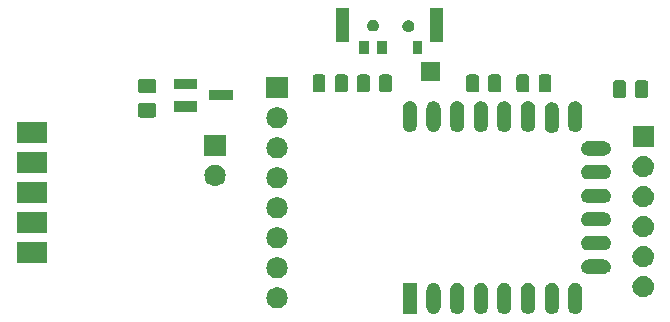
<source format=gbr>
G04 #@! TF.GenerationSoftware,KiCad,Pcbnew,5.0.1-33cea8e~66~ubuntu18.04.1*
G04 #@! TF.CreationDate,2019-09-26T22:02:42+09:00*
G04 #@! TF.ProjectId,minidenko,6D696E6964656E6B6F2E6B696361645F,rev?*
G04 #@! TF.SameCoordinates,Original*
G04 #@! TF.FileFunction,Soldermask,Top*
G04 #@! TF.FilePolarity,Negative*
%FSLAX46Y46*%
G04 Gerber Fmt 4.6, Leading zero omitted, Abs format (unit mm)*
G04 Created by KiCad (PCBNEW 5.0.1-33cea8e~66~ubuntu18.04.1) date 2019年09月26日 22時02分42秒*
%MOMM*%
%LPD*%
G01*
G04 APERTURE LIST*
%ADD10C,0.100000*%
G04 APERTURE END LIST*
D10*
G36*
X85867817Y-48407696D02*
X85981104Y-48442062D01*
X86085512Y-48497869D01*
X86116591Y-48523375D01*
X86177027Y-48572973D01*
X86240711Y-48650572D01*
X86252131Y-48664488D01*
X86307938Y-48768895D01*
X86342304Y-48882182D01*
X86351000Y-48970481D01*
X86351000Y-50429519D01*
X86342304Y-50517818D01*
X86307938Y-50631105D01*
X86252131Y-50735513D01*
X86177027Y-50827027D01*
X86085513Y-50902131D01*
X85981105Y-50957938D01*
X85867818Y-50992304D01*
X85750000Y-51003907D01*
X85632183Y-50992304D01*
X85518896Y-50957938D01*
X85414488Y-50902131D01*
X85322974Y-50827027D01*
X85247870Y-50735513D01*
X85192063Y-50631105D01*
X85157697Y-50517818D01*
X85149001Y-50429519D01*
X85149000Y-48970482D01*
X85157696Y-48882183D01*
X85192062Y-48768896D01*
X85247869Y-48664488D01*
X85289120Y-48614224D01*
X85322973Y-48572973D01*
X85414487Y-48497870D01*
X85414486Y-48497870D01*
X85414488Y-48497869D01*
X85518895Y-48442062D01*
X85632182Y-48407696D01*
X85750000Y-48396093D01*
X85867817Y-48407696D01*
X85867817Y-48407696D01*
G37*
G36*
X87867817Y-48407696D02*
X87981104Y-48442062D01*
X88085512Y-48497869D01*
X88116591Y-48523375D01*
X88177027Y-48572973D01*
X88240711Y-48650572D01*
X88252131Y-48664488D01*
X88307938Y-48768895D01*
X88342304Y-48882182D01*
X88351000Y-48970481D01*
X88351000Y-50429519D01*
X88342304Y-50517818D01*
X88307938Y-50631105D01*
X88252131Y-50735513D01*
X88177027Y-50827027D01*
X88085513Y-50902131D01*
X87981105Y-50957938D01*
X87867818Y-50992304D01*
X87750000Y-51003907D01*
X87632183Y-50992304D01*
X87518896Y-50957938D01*
X87414488Y-50902131D01*
X87322974Y-50827027D01*
X87247870Y-50735513D01*
X87192063Y-50631105D01*
X87157697Y-50517818D01*
X87149001Y-50429519D01*
X87149000Y-48970482D01*
X87157696Y-48882183D01*
X87192062Y-48768896D01*
X87247869Y-48664488D01*
X87289120Y-48614224D01*
X87322973Y-48572973D01*
X87414487Y-48497870D01*
X87414486Y-48497870D01*
X87414488Y-48497869D01*
X87518895Y-48442062D01*
X87632182Y-48407696D01*
X87750000Y-48396093D01*
X87867817Y-48407696D01*
X87867817Y-48407696D01*
G37*
G36*
X89867817Y-48407696D02*
X89981104Y-48442062D01*
X90085512Y-48497869D01*
X90116591Y-48523375D01*
X90177027Y-48572973D01*
X90240711Y-48650572D01*
X90252131Y-48664488D01*
X90307938Y-48768895D01*
X90342304Y-48882182D01*
X90351000Y-48970481D01*
X90351000Y-50429519D01*
X90342304Y-50517818D01*
X90307938Y-50631105D01*
X90252131Y-50735513D01*
X90177027Y-50827027D01*
X90085513Y-50902131D01*
X89981105Y-50957938D01*
X89867818Y-50992304D01*
X89750000Y-51003907D01*
X89632183Y-50992304D01*
X89518896Y-50957938D01*
X89414488Y-50902131D01*
X89322974Y-50827027D01*
X89247870Y-50735513D01*
X89192063Y-50631105D01*
X89157697Y-50517818D01*
X89149001Y-50429519D01*
X89149000Y-48970482D01*
X89157696Y-48882183D01*
X89192062Y-48768896D01*
X89247869Y-48664488D01*
X89289120Y-48614224D01*
X89322973Y-48572973D01*
X89414487Y-48497870D01*
X89414486Y-48497870D01*
X89414488Y-48497869D01*
X89518895Y-48442062D01*
X89632182Y-48407696D01*
X89750000Y-48396093D01*
X89867817Y-48407696D01*
X89867817Y-48407696D01*
G37*
G36*
X91867817Y-48407696D02*
X91981104Y-48442062D01*
X92085512Y-48497869D01*
X92116591Y-48523375D01*
X92177027Y-48572973D01*
X92240711Y-48650572D01*
X92252131Y-48664488D01*
X92307938Y-48768895D01*
X92342304Y-48882182D01*
X92351000Y-48970481D01*
X92351000Y-50429519D01*
X92342304Y-50517818D01*
X92307938Y-50631105D01*
X92252131Y-50735513D01*
X92177027Y-50827027D01*
X92085513Y-50902131D01*
X91981105Y-50957938D01*
X91867818Y-50992304D01*
X91750000Y-51003907D01*
X91632183Y-50992304D01*
X91518896Y-50957938D01*
X91414488Y-50902131D01*
X91322974Y-50827027D01*
X91247870Y-50735513D01*
X91192063Y-50631105D01*
X91157697Y-50517818D01*
X91149001Y-50429519D01*
X91149000Y-48970482D01*
X91157696Y-48882183D01*
X91192062Y-48768896D01*
X91247869Y-48664488D01*
X91289120Y-48614224D01*
X91322973Y-48572973D01*
X91414487Y-48497870D01*
X91414486Y-48497870D01*
X91414488Y-48497869D01*
X91518895Y-48442062D01*
X91632182Y-48407696D01*
X91750000Y-48396093D01*
X91867817Y-48407696D01*
X91867817Y-48407696D01*
G37*
G36*
X95867817Y-48407696D02*
X95981104Y-48442062D01*
X96085512Y-48497869D01*
X96116591Y-48523375D01*
X96177027Y-48572973D01*
X96240711Y-48650572D01*
X96252131Y-48664488D01*
X96307938Y-48768895D01*
X96342304Y-48882182D01*
X96351000Y-48970481D01*
X96351000Y-50429519D01*
X96342304Y-50517818D01*
X96307938Y-50631105D01*
X96252131Y-50735513D01*
X96177027Y-50827027D01*
X96085513Y-50902131D01*
X95981105Y-50957938D01*
X95867818Y-50992304D01*
X95750000Y-51003907D01*
X95632183Y-50992304D01*
X95518896Y-50957938D01*
X95414488Y-50902131D01*
X95322974Y-50827027D01*
X95247870Y-50735513D01*
X95192063Y-50631105D01*
X95157697Y-50517818D01*
X95149001Y-50429519D01*
X95149000Y-48970482D01*
X95157696Y-48882183D01*
X95192062Y-48768896D01*
X95247869Y-48664488D01*
X95289120Y-48614224D01*
X95322973Y-48572973D01*
X95414487Y-48497870D01*
X95414486Y-48497870D01*
X95414488Y-48497869D01*
X95518895Y-48442062D01*
X95632182Y-48407696D01*
X95750000Y-48396093D01*
X95867817Y-48407696D01*
X95867817Y-48407696D01*
G37*
G36*
X97867817Y-48407696D02*
X97981104Y-48442062D01*
X98085512Y-48497869D01*
X98116591Y-48523375D01*
X98177027Y-48572973D01*
X98240711Y-48650572D01*
X98252131Y-48664488D01*
X98307938Y-48768895D01*
X98342304Y-48882182D01*
X98351000Y-48970481D01*
X98351000Y-50429519D01*
X98342304Y-50517818D01*
X98307938Y-50631105D01*
X98252131Y-50735513D01*
X98177027Y-50827027D01*
X98085513Y-50902131D01*
X97981105Y-50957938D01*
X97867818Y-50992304D01*
X97750000Y-51003907D01*
X97632183Y-50992304D01*
X97518896Y-50957938D01*
X97414488Y-50902131D01*
X97322974Y-50827027D01*
X97247870Y-50735513D01*
X97192063Y-50631105D01*
X97157697Y-50517818D01*
X97149001Y-50429519D01*
X97149000Y-48970482D01*
X97157696Y-48882183D01*
X97192062Y-48768896D01*
X97247869Y-48664488D01*
X97289120Y-48614224D01*
X97322973Y-48572973D01*
X97414487Y-48497870D01*
X97414486Y-48497870D01*
X97414488Y-48497869D01*
X97518895Y-48442062D01*
X97632182Y-48407696D01*
X97750000Y-48396093D01*
X97867817Y-48407696D01*
X97867817Y-48407696D01*
G37*
G36*
X93867817Y-48407696D02*
X93981104Y-48442062D01*
X94085512Y-48497869D01*
X94116591Y-48523375D01*
X94177027Y-48572973D01*
X94240711Y-48650572D01*
X94252131Y-48664488D01*
X94307938Y-48768895D01*
X94342304Y-48882182D01*
X94351000Y-48970481D01*
X94351000Y-50429519D01*
X94342304Y-50517818D01*
X94307938Y-50631105D01*
X94252131Y-50735513D01*
X94177027Y-50827027D01*
X94085513Y-50902131D01*
X93981105Y-50957938D01*
X93867818Y-50992304D01*
X93750000Y-51003907D01*
X93632183Y-50992304D01*
X93518896Y-50957938D01*
X93414488Y-50902131D01*
X93322974Y-50827027D01*
X93247870Y-50735513D01*
X93192063Y-50631105D01*
X93157697Y-50517818D01*
X93149001Y-50429519D01*
X93149000Y-48970482D01*
X93157696Y-48882183D01*
X93192062Y-48768896D01*
X93247869Y-48664488D01*
X93289120Y-48614224D01*
X93322973Y-48572973D01*
X93414487Y-48497870D01*
X93414486Y-48497870D01*
X93414488Y-48497869D01*
X93518895Y-48442062D01*
X93632182Y-48407696D01*
X93750000Y-48396093D01*
X93867817Y-48407696D01*
X93867817Y-48407696D01*
G37*
G36*
X84351000Y-51001000D02*
X83149000Y-51001000D01*
X83149000Y-48399000D01*
X84351000Y-48399000D01*
X84351000Y-51001000D01*
X84351000Y-51001000D01*
G37*
G36*
X72610442Y-48760518D02*
X72676627Y-48767037D01*
X72789853Y-48801384D01*
X72846467Y-48818557D01*
X72965499Y-48882182D01*
X73002991Y-48902222D01*
X73038729Y-48931552D01*
X73140186Y-49014814D01*
X73223448Y-49116271D01*
X73252778Y-49152009D01*
X73252779Y-49152011D01*
X73336443Y-49308533D01*
X73336443Y-49308534D01*
X73387963Y-49478373D01*
X73405359Y-49655000D01*
X73387963Y-49831627D01*
X73353616Y-49944853D01*
X73336443Y-50001467D01*
X73262348Y-50140087D01*
X73252778Y-50157991D01*
X73223448Y-50193729D01*
X73140186Y-50295186D01*
X73038729Y-50378448D01*
X73002991Y-50407778D01*
X73002989Y-50407779D01*
X72846467Y-50491443D01*
X72789853Y-50508616D01*
X72676627Y-50542963D01*
X72610442Y-50549482D01*
X72544260Y-50556000D01*
X72455740Y-50556000D01*
X72389558Y-50549482D01*
X72323373Y-50542963D01*
X72210147Y-50508616D01*
X72153533Y-50491443D01*
X71997011Y-50407779D01*
X71997009Y-50407778D01*
X71961271Y-50378448D01*
X71859814Y-50295186D01*
X71776552Y-50193729D01*
X71747222Y-50157991D01*
X71737652Y-50140087D01*
X71663557Y-50001467D01*
X71646384Y-49944853D01*
X71612037Y-49831627D01*
X71594641Y-49655000D01*
X71612037Y-49478373D01*
X71663557Y-49308534D01*
X71663557Y-49308533D01*
X71747221Y-49152011D01*
X71747222Y-49152009D01*
X71776552Y-49116271D01*
X71859814Y-49014814D01*
X71961271Y-48931552D01*
X71997009Y-48902222D01*
X72034501Y-48882182D01*
X72153533Y-48818557D01*
X72210147Y-48801384D01*
X72323373Y-48767037D01*
X72389558Y-48760518D01*
X72455740Y-48754000D01*
X72544260Y-48754000D01*
X72610442Y-48760518D01*
X72610442Y-48760518D01*
G37*
G36*
X103610443Y-47805519D02*
X103676627Y-47812037D01*
X103789853Y-47846384D01*
X103846467Y-47863557D01*
X103985087Y-47937652D01*
X104002991Y-47947222D01*
X104008134Y-47951443D01*
X104140186Y-48059814D01*
X104223448Y-48161271D01*
X104252778Y-48197009D01*
X104252779Y-48197011D01*
X104336443Y-48353533D01*
X104336443Y-48353534D01*
X104387963Y-48523373D01*
X104405359Y-48700000D01*
X104387963Y-48876627D01*
X104359491Y-48970486D01*
X104336443Y-49046467D01*
X104280029Y-49152009D01*
X104252778Y-49202991D01*
X104223448Y-49238729D01*
X104140186Y-49340186D01*
X104038729Y-49423448D01*
X104002991Y-49452778D01*
X104002989Y-49452779D01*
X103846467Y-49536443D01*
X103789853Y-49553616D01*
X103676627Y-49587963D01*
X103610443Y-49594481D01*
X103544260Y-49601000D01*
X103455740Y-49601000D01*
X103389557Y-49594481D01*
X103323373Y-49587963D01*
X103210147Y-49553616D01*
X103153533Y-49536443D01*
X102997011Y-49452779D01*
X102997009Y-49452778D01*
X102961271Y-49423448D01*
X102859814Y-49340186D01*
X102776552Y-49238729D01*
X102747222Y-49202991D01*
X102719971Y-49152009D01*
X102663557Y-49046467D01*
X102640509Y-48970486D01*
X102612037Y-48876627D01*
X102594641Y-48700000D01*
X102612037Y-48523373D01*
X102663557Y-48353534D01*
X102663557Y-48353533D01*
X102747221Y-48197011D01*
X102747222Y-48197009D01*
X102776552Y-48161271D01*
X102859814Y-48059814D01*
X102991866Y-47951443D01*
X102997009Y-47947222D01*
X103014913Y-47937652D01*
X103153533Y-47863557D01*
X103210147Y-47846384D01*
X103323373Y-47812037D01*
X103389558Y-47805518D01*
X103455740Y-47799000D01*
X103544260Y-47799000D01*
X103610443Y-47805519D01*
X103610443Y-47805519D01*
G37*
G36*
X72610443Y-46220519D02*
X72676627Y-46227037D01*
X72789853Y-46261384D01*
X72846467Y-46278557D01*
X72985087Y-46352652D01*
X73002991Y-46362222D01*
X73038729Y-46391552D01*
X73140186Y-46474814D01*
X73223448Y-46576271D01*
X73252778Y-46612009D01*
X73252779Y-46612011D01*
X73336443Y-46768533D01*
X73336443Y-46768534D01*
X73387963Y-46938373D01*
X73405359Y-47115000D01*
X73387963Y-47291627D01*
X73371617Y-47345513D01*
X73336443Y-47461467D01*
X73309362Y-47512131D01*
X73252778Y-47617991D01*
X73223448Y-47653729D01*
X73140186Y-47755186D01*
X73038729Y-47838448D01*
X73002991Y-47867778D01*
X73002989Y-47867779D01*
X72846467Y-47951443D01*
X72789853Y-47968616D01*
X72676627Y-48002963D01*
X72610442Y-48009482D01*
X72544260Y-48016000D01*
X72455740Y-48016000D01*
X72389558Y-48009482D01*
X72323373Y-48002963D01*
X72210147Y-47968616D01*
X72153533Y-47951443D01*
X71997011Y-47867779D01*
X71997009Y-47867778D01*
X71961271Y-47838448D01*
X71859814Y-47755186D01*
X71776552Y-47653729D01*
X71747222Y-47617991D01*
X71690638Y-47512131D01*
X71663557Y-47461467D01*
X71628383Y-47345513D01*
X71612037Y-47291627D01*
X71594641Y-47115000D01*
X71612037Y-46938373D01*
X71663557Y-46768534D01*
X71663557Y-46768533D01*
X71747221Y-46612011D01*
X71747222Y-46612009D01*
X71776552Y-46576271D01*
X71859814Y-46474814D01*
X71961271Y-46391552D01*
X71997009Y-46362222D01*
X72014913Y-46352652D01*
X72153533Y-46278557D01*
X72210147Y-46261384D01*
X72323373Y-46227037D01*
X72389558Y-46220518D01*
X72455740Y-46214000D01*
X72544260Y-46214000D01*
X72610443Y-46220519D01*
X72610443Y-46220519D01*
G37*
G36*
X100267818Y-46417696D02*
X100381105Y-46452062D01*
X100485513Y-46507869D01*
X100577027Y-46582973D01*
X100652131Y-46674487D01*
X100707938Y-46778895D01*
X100742304Y-46892182D01*
X100753907Y-47010000D01*
X100742304Y-47127818D01*
X100707938Y-47241105D01*
X100652131Y-47345513D01*
X100577027Y-47437027D01*
X100485513Y-47512131D01*
X100381105Y-47567938D01*
X100267818Y-47602304D01*
X100179519Y-47611000D01*
X98820481Y-47611000D01*
X98732182Y-47602304D01*
X98618895Y-47567938D01*
X98514487Y-47512131D01*
X98422973Y-47437027D01*
X98347869Y-47345513D01*
X98292062Y-47241105D01*
X98257696Y-47127818D01*
X98246093Y-47010000D01*
X98257696Y-46892182D01*
X98292062Y-46778895D01*
X98347869Y-46674487D01*
X98422973Y-46582973D01*
X98514487Y-46507869D01*
X98618895Y-46452062D01*
X98732182Y-46417696D01*
X98820481Y-46409000D01*
X100179519Y-46409000D01*
X100267818Y-46417696D01*
X100267818Y-46417696D01*
G37*
G36*
X103610443Y-45265519D02*
X103676627Y-45272037D01*
X103789853Y-45306384D01*
X103846467Y-45323557D01*
X103985087Y-45397652D01*
X104002991Y-45407222D01*
X104008134Y-45411443D01*
X104140186Y-45519814D01*
X104215019Y-45611000D01*
X104252778Y-45657009D01*
X104252779Y-45657011D01*
X104336443Y-45813533D01*
X104336443Y-45813534D01*
X104387963Y-45983373D01*
X104405359Y-46160000D01*
X104387963Y-46336627D01*
X104366009Y-46409000D01*
X104336443Y-46506467D01*
X104335693Y-46507870D01*
X104252778Y-46662991D01*
X104243343Y-46674487D01*
X104140186Y-46800186D01*
X104038729Y-46883448D01*
X104002991Y-46912778D01*
X104002989Y-46912779D01*
X103846467Y-46996443D01*
X103789853Y-47013616D01*
X103676627Y-47047963D01*
X103610442Y-47054482D01*
X103544260Y-47061000D01*
X103455740Y-47061000D01*
X103389557Y-47054481D01*
X103323373Y-47047963D01*
X103210147Y-47013616D01*
X103153533Y-46996443D01*
X102997011Y-46912779D01*
X102997009Y-46912778D01*
X102961271Y-46883448D01*
X102859814Y-46800186D01*
X102756657Y-46674487D01*
X102747222Y-46662991D01*
X102664307Y-46507870D01*
X102663557Y-46506467D01*
X102633991Y-46409000D01*
X102612037Y-46336627D01*
X102594641Y-46160000D01*
X102612037Y-45983373D01*
X102663557Y-45813534D01*
X102663557Y-45813533D01*
X102747221Y-45657011D01*
X102747222Y-45657009D01*
X102784981Y-45611000D01*
X102859814Y-45519814D01*
X102991866Y-45411443D01*
X102997009Y-45407222D01*
X103014913Y-45397652D01*
X103153533Y-45323557D01*
X103210147Y-45306384D01*
X103323373Y-45272037D01*
X103389557Y-45265519D01*
X103455740Y-45259000D01*
X103544260Y-45259000D01*
X103610443Y-45265519D01*
X103610443Y-45265519D01*
G37*
G36*
X53051000Y-46726000D02*
X50449000Y-46726000D01*
X50449000Y-44924000D01*
X53051000Y-44924000D01*
X53051000Y-46726000D01*
X53051000Y-46726000D01*
G37*
G36*
X100267818Y-44417696D02*
X100381105Y-44452062D01*
X100485513Y-44507869D01*
X100577027Y-44582973D01*
X100652131Y-44674487D01*
X100707938Y-44778895D01*
X100742304Y-44892182D01*
X100753907Y-45010000D01*
X100742304Y-45127818D01*
X100707938Y-45241105D01*
X100652131Y-45345513D01*
X100577027Y-45437027D01*
X100485513Y-45512131D01*
X100381105Y-45567938D01*
X100267818Y-45602304D01*
X100179519Y-45611000D01*
X98820481Y-45611000D01*
X98732182Y-45602304D01*
X98618895Y-45567938D01*
X98514487Y-45512131D01*
X98422973Y-45437027D01*
X98347869Y-45345513D01*
X98292062Y-45241105D01*
X98257696Y-45127818D01*
X98246093Y-45010000D01*
X98257696Y-44892182D01*
X98292062Y-44778895D01*
X98347869Y-44674487D01*
X98422973Y-44582973D01*
X98514487Y-44507869D01*
X98618895Y-44452062D01*
X98732182Y-44417696D01*
X98820481Y-44409000D01*
X100179519Y-44409000D01*
X100267818Y-44417696D01*
X100267818Y-44417696D01*
G37*
G36*
X72610442Y-43680518D02*
X72676627Y-43687037D01*
X72789853Y-43721384D01*
X72846467Y-43738557D01*
X72985087Y-43812652D01*
X73002991Y-43822222D01*
X73038729Y-43851552D01*
X73140186Y-43934814D01*
X73223448Y-44036271D01*
X73252778Y-44072009D01*
X73252779Y-44072011D01*
X73336443Y-44228533D01*
X73336443Y-44228534D01*
X73387963Y-44398373D01*
X73405359Y-44575000D01*
X73387963Y-44751627D01*
X73379691Y-44778895D01*
X73336443Y-44921467D01*
X73335089Y-44924000D01*
X73252778Y-45077991D01*
X73223448Y-45113729D01*
X73140186Y-45215186D01*
X73038729Y-45298448D01*
X73002991Y-45327778D01*
X73002989Y-45327779D01*
X72846467Y-45411443D01*
X72789853Y-45428616D01*
X72676627Y-45462963D01*
X72610442Y-45469482D01*
X72544260Y-45476000D01*
X72455740Y-45476000D01*
X72389558Y-45469482D01*
X72323373Y-45462963D01*
X72210147Y-45428616D01*
X72153533Y-45411443D01*
X71997011Y-45327779D01*
X71997009Y-45327778D01*
X71961271Y-45298448D01*
X71859814Y-45215186D01*
X71776552Y-45113729D01*
X71747222Y-45077991D01*
X71664911Y-44924000D01*
X71663557Y-44921467D01*
X71620309Y-44778895D01*
X71612037Y-44751627D01*
X71594641Y-44575000D01*
X71612037Y-44398373D01*
X71663557Y-44228534D01*
X71663557Y-44228533D01*
X71747221Y-44072011D01*
X71747222Y-44072009D01*
X71776552Y-44036271D01*
X71859814Y-43934814D01*
X71961271Y-43851552D01*
X71997009Y-43822222D01*
X72014913Y-43812652D01*
X72153533Y-43738557D01*
X72210147Y-43721384D01*
X72323373Y-43687037D01*
X72389558Y-43680518D01*
X72455740Y-43674000D01*
X72544260Y-43674000D01*
X72610442Y-43680518D01*
X72610442Y-43680518D01*
G37*
G36*
X103610443Y-42725519D02*
X103676627Y-42732037D01*
X103789853Y-42766384D01*
X103846467Y-42783557D01*
X103985087Y-42857652D01*
X104002991Y-42867222D01*
X104008134Y-42871443D01*
X104140186Y-42979814D01*
X104223448Y-43081271D01*
X104252778Y-43117009D01*
X104258556Y-43127818D01*
X104336443Y-43273533D01*
X104336443Y-43273534D01*
X104387963Y-43443373D01*
X104405359Y-43620000D01*
X104387963Y-43796627D01*
X104353616Y-43909853D01*
X104336443Y-43966467D01*
X104280029Y-44072009D01*
X104252778Y-44122991D01*
X104223448Y-44158729D01*
X104140186Y-44260186D01*
X104038729Y-44343448D01*
X104002991Y-44372778D01*
X104002989Y-44372779D01*
X103846467Y-44456443D01*
X103789853Y-44473616D01*
X103676627Y-44507963D01*
X103610443Y-44514481D01*
X103544260Y-44521000D01*
X103455740Y-44521000D01*
X103389557Y-44514481D01*
X103323373Y-44507963D01*
X103210147Y-44473616D01*
X103153533Y-44456443D01*
X102997011Y-44372779D01*
X102997009Y-44372778D01*
X102961271Y-44343448D01*
X102859814Y-44260186D01*
X102776552Y-44158729D01*
X102747222Y-44122991D01*
X102719971Y-44072009D01*
X102663557Y-43966467D01*
X102646384Y-43909853D01*
X102612037Y-43796627D01*
X102594641Y-43620000D01*
X102612037Y-43443373D01*
X102663557Y-43273534D01*
X102663557Y-43273533D01*
X102741444Y-43127818D01*
X102747222Y-43117009D01*
X102776552Y-43081271D01*
X102859814Y-42979814D01*
X102991866Y-42871443D01*
X102997009Y-42867222D01*
X103014913Y-42857652D01*
X103153533Y-42783557D01*
X103210147Y-42766384D01*
X103323373Y-42732037D01*
X103389557Y-42725519D01*
X103455740Y-42719000D01*
X103544260Y-42719000D01*
X103610443Y-42725519D01*
X103610443Y-42725519D01*
G37*
G36*
X53051000Y-44186000D02*
X50449000Y-44186000D01*
X50449000Y-42384000D01*
X53051000Y-42384000D01*
X53051000Y-44186000D01*
X53051000Y-44186000D01*
G37*
G36*
X100267818Y-42417696D02*
X100381105Y-42452062D01*
X100485513Y-42507869D01*
X100577027Y-42582973D01*
X100652131Y-42674487D01*
X100707938Y-42778895D01*
X100742304Y-42892182D01*
X100753907Y-43010000D01*
X100742304Y-43127818D01*
X100707938Y-43241105D01*
X100652131Y-43345513D01*
X100577027Y-43437027D01*
X100485513Y-43512131D01*
X100381105Y-43567938D01*
X100267818Y-43602304D01*
X100179519Y-43611000D01*
X98820481Y-43611000D01*
X98732182Y-43602304D01*
X98618895Y-43567938D01*
X98514487Y-43512131D01*
X98422973Y-43437027D01*
X98347869Y-43345513D01*
X98292062Y-43241105D01*
X98257696Y-43127818D01*
X98246093Y-43010000D01*
X98257696Y-42892182D01*
X98292062Y-42778895D01*
X98347869Y-42674487D01*
X98422973Y-42582973D01*
X98514487Y-42507869D01*
X98618895Y-42452062D01*
X98732182Y-42417696D01*
X98820481Y-42409000D01*
X100179519Y-42409000D01*
X100267818Y-42417696D01*
X100267818Y-42417696D01*
G37*
G36*
X72610443Y-41140519D02*
X72676627Y-41147037D01*
X72789853Y-41181384D01*
X72846467Y-41198557D01*
X72985087Y-41272652D01*
X73002991Y-41282222D01*
X73038729Y-41311552D01*
X73140186Y-41394814D01*
X73223448Y-41496271D01*
X73252778Y-41532009D01*
X73252779Y-41532011D01*
X73336443Y-41688533D01*
X73336443Y-41688534D01*
X73387963Y-41858373D01*
X73405359Y-42035000D01*
X73387963Y-42211627D01*
X73353616Y-42324853D01*
X73336443Y-42381467D01*
X73298708Y-42452063D01*
X73252778Y-42537991D01*
X73223448Y-42573729D01*
X73140186Y-42675186D01*
X73038729Y-42758448D01*
X73002991Y-42787778D01*
X73002989Y-42787779D01*
X72846467Y-42871443D01*
X72789853Y-42888616D01*
X72676627Y-42922963D01*
X72610443Y-42929481D01*
X72544260Y-42936000D01*
X72455740Y-42936000D01*
X72389557Y-42929481D01*
X72323373Y-42922963D01*
X72210147Y-42888616D01*
X72153533Y-42871443D01*
X71997011Y-42787779D01*
X71997009Y-42787778D01*
X71961271Y-42758448D01*
X71859814Y-42675186D01*
X71776552Y-42573729D01*
X71747222Y-42537991D01*
X71701292Y-42452063D01*
X71663557Y-42381467D01*
X71646384Y-42324853D01*
X71612037Y-42211627D01*
X71594641Y-42035000D01*
X71612037Y-41858373D01*
X71663557Y-41688534D01*
X71663557Y-41688533D01*
X71747221Y-41532011D01*
X71747222Y-41532009D01*
X71776552Y-41496271D01*
X71859814Y-41394814D01*
X71961271Y-41311552D01*
X71997009Y-41282222D01*
X72014913Y-41272652D01*
X72153533Y-41198557D01*
X72210147Y-41181384D01*
X72323373Y-41147037D01*
X72389557Y-41140519D01*
X72455740Y-41134000D01*
X72544260Y-41134000D01*
X72610443Y-41140519D01*
X72610443Y-41140519D01*
G37*
G36*
X103610442Y-40185518D02*
X103676627Y-40192037D01*
X103789853Y-40226384D01*
X103846467Y-40243557D01*
X103985087Y-40317652D01*
X104002991Y-40327222D01*
X104008134Y-40331443D01*
X104140186Y-40439814D01*
X104196036Y-40507869D01*
X104252778Y-40577009D01*
X104252779Y-40577011D01*
X104336443Y-40733533D01*
X104336443Y-40733534D01*
X104387963Y-40903373D01*
X104405359Y-41080000D01*
X104387963Y-41256627D01*
X104361000Y-41345513D01*
X104336443Y-41426467D01*
X104330798Y-41437027D01*
X104252778Y-41582991D01*
X104236929Y-41602303D01*
X104140186Y-41720186D01*
X104038729Y-41803448D01*
X104002991Y-41832778D01*
X104002989Y-41832779D01*
X103846467Y-41916443D01*
X103789853Y-41933616D01*
X103676627Y-41967963D01*
X103610443Y-41974481D01*
X103544260Y-41981000D01*
X103455740Y-41981000D01*
X103389557Y-41974481D01*
X103323373Y-41967963D01*
X103210147Y-41933616D01*
X103153533Y-41916443D01*
X102997011Y-41832779D01*
X102997009Y-41832778D01*
X102961271Y-41803448D01*
X102859814Y-41720186D01*
X102763071Y-41602303D01*
X102747222Y-41582991D01*
X102669202Y-41437027D01*
X102663557Y-41426467D01*
X102639000Y-41345513D01*
X102612037Y-41256627D01*
X102594641Y-41080000D01*
X102612037Y-40903373D01*
X102663557Y-40733534D01*
X102663557Y-40733533D01*
X102747221Y-40577011D01*
X102747222Y-40577009D01*
X102803964Y-40507869D01*
X102859814Y-40439814D01*
X102991866Y-40331443D01*
X102997009Y-40327222D01*
X103014913Y-40317652D01*
X103153533Y-40243557D01*
X103210147Y-40226384D01*
X103323373Y-40192037D01*
X103389558Y-40185518D01*
X103455740Y-40179000D01*
X103544260Y-40179000D01*
X103610442Y-40185518D01*
X103610442Y-40185518D01*
G37*
G36*
X53051000Y-41646000D02*
X50449000Y-41646000D01*
X50449000Y-39844000D01*
X53051000Y-39844000D01*
X53051000Y-41646000D01*
X53051000Y-41646000D01*
G37*
G36*
X100267818Y-40417696D02*
X100381105Y-40452062D01*
X100485513Y-40507869D01*
X100577027Y-40582973D01*
X100652131Y-40674487D01*
X100707938Y-40778895D01*
X100742304Y-40892182D01*
X100753907Y-41010000D01*
X100742304Y-41127818D01*
X100707938Y-41241105D01*
X100652131Y-41345513D01*
X100577027Y-41437027D01*
X100485513Y-41512131D01*
X100381105Y-41567938D01*
X100267818Y-41602304D01*
X100179519Y-41611000D01*
X98820481Y-41611000D01*
X98732182Y-41602304D01*
X98618895Y-41567938D01*
X98514487Y-41512131D01*
X98422973Y-41437027D01*
X98347869Y-41345513D01*
X98292062Y-41241105D01*
X98257696Y-41127818D01*
X98246093Y-41010000D01*
X98257696Y-40892182D01*
X98292062Y-40778895D01*
X98347869Y-40674487D01*
X98422973Y-40582973D01*
X98514487Y-40507869D01*
X98618895Y-40452062D01*
X98732182Y-40417696D01*
X98820481Y-40409000D01*
X100179519Y-40409000D01*
X100267818Y-40417696D01*
X100267818Y-40417696D01*
G37*
G36*
X72610442Y-38600518D02*
X72676627Y-38607037D01*
X72789853Y-38641384D01*
X72846467Y-38658557D01*
X72985087Y-38732652D01*
X73002991Y-38742222D01*
X73038729Y-38771552D01*
X73140186Y-38854814D01*
X73223448Y-38956271D01*
X73252778Y-38992009D01*
X73252779Y-38992011D01*
X73336443Y-39148533D01*
X73336443Y-39148534D01*
X73387963Y-39318373D01*
X73405359Y-39495000D01*
X73387963Y-39671627D01*
X73353616Y-39784853D01*
X73336443Y-39841467D01*
X73289021Y-39930186D01*
X73252778Y-39997991D01*
X73223448Y-40033729D01*
X73140186Y-40135186D01*
X73038729Y-40218448D01*
X73002991Y-40247778D01*
X73002989Y-40247779D01*
X72846467Y-40331443D01*
X72789853Y-40348616D01*
X72676627Y-40382963D01*
X72610442Y-40389482D01*
X72544260Y-40396000D01*
X72455740Y-40396000D01*
X72389558Y-40389482D01*
X72323373Y-40382963D01*
X72210147Y-40348616D01*
X72153533Y-40331443D01*
X71997011Y-40247779D01*
X71997009Y-40247778D01*
X71961271Y-40218448D01*
X71859814Y-40135186D01*
X71776552Y-40033729D01*
X71747222Y-39997991D01*
X71710979Y-39930186D01*
X71663557Y-39841467D01*
X71646384Y-39784853D01*
X71612037Y-39671627D01*
X71594641Y-39495000D01*
X71612037Y-39318373D01*
X71663557Y-39148534D01*
X71663557Y-39148533D01*
X71747221Y-38992011D01*
X71747222Y-38992009D01*
X71776552Y-38956271D01*
X71859814Y-38854814D01*
X71961271Y-38771552D01*
X71997009Y-38742222D01*
X72014913Y-38732652D01*
X72153533Y-38658557D01*
X72210147Y-38641384D01*
X72323373Y-38607037D01*
X72389558Y-38600518D01*
X72455740Y-38594000D01*
X72544260Y-38594000D01*
X72610442Y-38600518D01*
X72610442Y-38600518D01*
G37*
G36*
X67360442Y-38395518D02*
X67426627Y-38402037D01*
X67539853Y-38436384D01*
X67596467Y-38453557D01*
X67698076Y-38507869D01*
X67752991Y-38537222D01*
X67788729Y-38566552D01*
X67890186Y-38649814D01*
X67945017Y-38716627D01*
X68002778Y-38787009D01*
X68002779Y-38787011D01*
X68086443Y-38943533D01*
X68086443Y-38943534D01*
X68137963Y-39113373D01*
X68155359Y-39290000D01*
X68137963Y-39466627D01*
X68107231Y-39567937D01*
X68086443Y-39636467D01*
X68067650Y-39671625D01*
X68002778Y-39792991D01*
X67973448Y-39828729D01*
X67890186Y-39930186D01*
X67807564Y-39997991D01*
X67752991Y-40042778D01*
X67752989Y-40042779D01*
X67596467Y-40126443D01*
X67539853Y-40143616D01*
X67426627Y-40177963D01*
X67360443Y-40184481D01*
X67294260Y-40191000D01*
X67205740Y-40191000D01*
X67139557Y-40184481D01*
X67073373Y-40177963D01*
X66960147Y-40143616D01*
X66903533Y-40126443D01*
X66747011Y-40042779D01*
X66747009Y-40042778D01*
X66692436Y-39997991D01*
X66609814Y-39930186D01*
X66526552Y-39828729D01*
X66497222Y-39792991D01*
X66432350Y-39671625D01*
X66413557Y-39636467D01*
X66392769Y-39567937D01*
X66362037Y-39466627D01*
X66344641Y-39290000D01*
X66362037Y-39113373D01*
X66413557Y-38943534D01*
X66413557Y-38943533D01*
X66497221Y-38787011D01*
X66497222Y-38787009D01*
X66554983Y-38716627D01*
X66609814Y-38649814D01*
X66711271Y-38566552D01*
X66747009Y-38537222D01*
X66801924Y-38507869D01*
X66903533Y-38453557D01*
X66960147Y-38436384D01*
X67073373Y-38402037D01*
X67139558Y-38395518D01*
X67205740Y-38389000D01*
X67294260Y-38389000D01*
X67360442Y-38395518D01*
X67360442Y-38395518D01*
G37*
G36*
X100267818Y-38417696D02*
X100381105Y-38452062D01*
X100485513Y-38507869D01*
X100577027Y-38582973D01*
X100652131Y-38674487D01*
X100707938Y-38778895D01*
X100742304Y-38892182D01*
X100753907Y-39010000D01*
X100742304Y-39127818D01*
X100707938Y-39241105D01*
X100652131Y-39345513D01*
X100577027Y-39437027D01*
X100485513Y-39512131D01*
X100381105Y-39567938D01*
X100267818Y-39602304D01*
X100179519Y-39611000D01*
X98820481Y-39611000D01*
X98732182Y-39602304D01*
X98618895Y-39567938D01*
X98514487Y-39512131D01*
X98422973Y-39437027D01*
X98347869Y-39345513D01*
X98292062Y-39241105D01*
X98257696Y-39127818D01*
X98246093Y-39010000D01*
X98257696Y-38892182D01*
X98292062Y-38778895D01*
X98347869Y-38674487D01*
X98422973Y-38582973D01*
X98514487Y-38507869D01*
X98618895Y-38452062D01*
X98732182Y-38417696D01*
X98820481Y-38409000D01*
X100179519Y-38409000D01*
X100267818Y-38417696D01*
X100267818Y-38417696D01*
G37*
G36*
X103610443Y-37645519D02*
X103676627Y-37652037D01*
X103789853Y-37686384D01*
X103846467Y-37703557D01*
X103985087Y-37777652D01*
X104002991Y-37787222D01*
X104008134Y-37791443D01*
X104140186Y-37899814D01*
X104223448Y-38001271D01*
X104252778Y-38037009D01*
X104252779Y-38037011D01*
X104336443Y-38193533D01*
X104336443Y-38193534D01*
X104387963Y-38363373D01*
X104405359Y-38540000D01*
X104387963Y-38716627D01*
X104369074Y-38778895D01*
X104336443Y-38886467D01*
X104280029Y-38992009D01*
X104252778Y-39042991D01*
X104223448Y-39078729D01*
X104140186Y-39180186D01*
X104038729Y-39263448D01*
X104002991Y-39292778D01*
X104002989Y-39292779D01*
X103846467Y-39376443D01*
X103789853Y-39393616D01*
X103676627Y-39427963D01*
X103610442Y-39434482D01*
X103544260Y-39441000D01*
X103455740Y-39441000D01*
X103389558Y-39434482D01*
X103323373Y-39427963D01*
X103210147Y-39393616D01*
X103153533Y-39376443D01*
X102997011Y-39292779D01*
X102997009Y-39292778D01*
X102961271Y-39263448D01*
X102859814Y-39180186D01*
X102776552Y-39078729D01*
X102747222Y-39042991D01*
X102719971Y-38992009D01*
X102663557Y-38886467D01*
X102630926Y-38778895D01*
X102612037Y-38716627D01*
X102594641Y-38540000D01*
X102612037Y-38363373D01*
X102663557Y-38193534D01*
X102663557Y-38193533D01*
X102747221Y-38037011D01*
X102747222Y-38037009D01*
X102776552Y-38001271D01*
X102859814Y-37899814D01*
X102991866Y-37791443D01*
X102997009Y-37787222D01*
X103014913Y-37777652D01*
X103153533Y-37703557D01*
X103210147Y-37686384D01*
X103323373Y-37652037D01*
X103389557Y-37645519D01*
X103455740Y-37639000D01*
X103544260Y-37639000D01*
X103610443Y-37645519D01*
X103610443Y-37645519D01*
G37*
G36*
X53051000Y-39106000D02*
X50449000Y-39106000D01*
X50449000Y-37304000D01*
X53051000Y-37304000D01*
X53051000Y-39106000D01*
X53051000Y-39106000D01*
G37*
G36*
X72610442Y-36060518D02*
X72676627Y-36067037D01*
X72789853Y-36101384D01*
X72846467Y-36118557D01*
X72985087Y-36192652D01*
X73002991Y-36202222D01*
X73038729Y-36231552D01*
X73140186Y-36314814D01*
X73217481Y-36409000D01*
X73252778Y-36452009D01*
X73252779Y-36452011D01*
X73336443Y-36608533D01*
X73336443Y-36608534D01*
X73387963Y-36778373D01*
X73405359Y-36955000D01*
X73387963Y-37131627D01*
X73354753Y-37241105D01*
X73336443Y-37301467D01*
X73263984Y-37437027D01*
X73252778Y-37457991D01*
X73223448Y-37493729D01*
X73140186Y-37595186D01*
X73038729Y-37678448D01*
X73002991Y-37707778D01*
X73002989Y-37707779D01*
X72846467Y-37791443D01*
X72789853Y-37808616D01*
X72676627Y-37842963D01*
X72610443Y-37849481D01*
X72544260Y-37856000D01*
X72455740Y-37856000D01*
X72389557Y-37849481D01*
X72323373Y-37842963D01*
X72210147Y-37808616D01*
X72153533Y-37791443D01*
X71997011Y-37707779D01*
X71997009Y-37707778D01*
X71961271Y-37678448D01*
X71859814Y-37595186D01*
X71776552Y-37493729D01*
X71747222Y-37457991D01*
X71736016Y-37437027D01*
X71663557Y-37301467D01*
X71645247Y-37241105D01*
X71612037Y-37131627D01*
X71594641Y-36955000D01*
X71612037Y-36778373D01*
X71663557Y-36608534D01*
X71663557Y-36608533D01*
X71747221Y-36452011D01*
X71747222Y-36452009D01*
X71782519Y-36409000D01*
X71859814Y-36314814D01*
X71961271Y-36231552D01*
X71997009Y-36202222D01*
X72014913Y-36192652D01*
X72153533Y-36118557D01*
X72210147Y-36101384D01*
X72323373Y-36067037D01*
X72389558Y-36060518D01*
X72455740Y-36054000D01*
X72544260Y-36054000D01*
X72610442Y-36060518D01*
X72610442Y-36060518D01*
G37*
G36*
X68151000Y-37651000D02*
X66349000Y-37651000D01*
X66349000Y-35849000D01*
X68151000Y-35849000D01*
X68151000Y-37651000D01*
X68151000Y-37651000D01*
G37*
G36*
X100267818Y-36417696D02*
X100381105Y-36452062D01*
X100485513Y-36507869D01*
X100577027Y-36582973D01*
X100652131Y-36674487D01*
X100707938Y-36778895D01*
X100742304Y-36892182D01*
X100753907Y-37010000D01*
X100742304Y-37127818D01*
X100707938Y-37241105D01*
X100652131Y-37345513D01*
X100577027Y-37437027D01*
X100485513Y-37512131D01*
X100381105Y-37567938D01*
X100267818Y-37602304D01*
X100179519Y-37611000D01*
X98820481Y-37611000D01*
X98732182Y-37602304D01*
X98618895Y-37567938D01*
X98514487Y-37512131D01*
X98422973Y-37437027D01*
X98347869Y-37345513D01*
X98292062Y-37241105D01*
X98257696Y-37127818D01*
X98246093Y-37010000D01*
X98257696Y-36892182D01*
X98292062Y-36778895D01*
X98347869Y-36674487D01*
X98422973Y-36582973D01*
X98514487Y-36507869D01*
X98618895Y-36452062D01*
X98732182Y-36417696D01*
X98820481Y-36409000D01*
X100179519Y-36409000D01*
X100267818Y-36417696D01*
X100267818Y-36417696D01*
G37*
G36*
X104401000Y-36901000D02*
X102599000Y-36901000D01*
X102599000Y-35099000D01*
X104401000Y-35099000D01*
X104401000Y-36901000D01*
X104401000Y-36901000D01*
G37*
G36*
X53051000Y-36566000D02*
X50449000Y-36566000D01*
X50449000Y-34764000D01*
X53051000Y-34764000D01*
X53051000Y-36566000D01*
X53051000Y-36566000D01*
G37*
G36*
X95867817Y-33107696D02*
X95981104Y-33142062D01*
X96085512Y-33197869D01*
X96123101Y-33228718D01*
X96177027Y-33272973D01*
X96240711Y-33350572D01*
X96252131Y-33364488D01*
X96307938Y-33468895D01*
X96342304Y-33582182D01*
X96351000Y-33670481D01*
X96351000Y-35129519D01*
X96342304Y-35217818D01*
X96307938Y-35331105D01*
X96252131Y-35435513D01*
X96177027Y-35527027D01*
X96085513Y-35602131D01*
X95981105Y-35657938D01*
X95867818Y-35692304D01*
X95750000Y-35703907D01*
X95632183Y-35692304D01*
X95518896Y-35657938D01*
X95414488Y-35602131D01*
X95322974Y-35527027D01*
X95247870Y-35435513D01*
X95192063Y-35331105D01*
X95157697Y-35217818D01*
X95149001Y-35129519D01*
X95149000Y-33670482D01*
X95157696Y-33582183D01*
X95192062Y-33468896D01*
X95247869Y-33364488D01*
X95291501Y-33311323D01*
X95322973Y-33272973D01*
X95414487Y-33197870D01*
X95414486Y-33197870D01*
X95414488Y-33197869D01*
X95518895Y-33142062D01*
X95632182Y-33107696D01*
X95750000Y-33096093D01*
X95867817Y-33107696D01*
X95867817Y-33107696D01*
G37*
G36*
X93867817Y-33007696D02*
X93981104Y-33042062D01*
X94085512Y-33097869D01*
X94135776Y-33139120D01*
X94177027Y-33172973D01*
X94222775Y-33228718D01*
X94252131Y-33264488D01*
X94307938Y-33368895D01*
X94342304Y-33482182D01*
X94351000Y-33570481D01*
X94351000Y-35029519D01*
X94342304Y-35117818D01*
X94307938Y-35231105D01*
X94252131Y-35335513D01*
X94177027Y-35427027D01*
X94085513Y-35502131D01*
X93981105Y-35557938D01*
X93867818Y-35592304D01*
X93750000Y-35603907D01*
X93632183Y-35592304D01*
X93518896Y-35557938D01*
X93414488Y-35502131D01*
X93322974Y-35427027D01*
X93247870Y-35335513D01*
X93192063Y-35231105D01*
X93157697Y-35117818D01*
X93149001Y-35029519D01*
X93149000Y-33570482D01*
X93157696Y-33482183D01*
X93192062Y-33368896D01*
X93247869Y-33264488D01*
X93314362Y-33183466D01*
X93322973Y-33172973D01*
X93414487Y-33097870D01*
X93414486Y-33097870D01*
X93414488Y-33097869D01*
X93518895Y-33042062D01*
X93632182Y-33007696D01*
X93750000Y-32996093D01*
X93867817Y-33007696D01*
X93867817Y-33007696D01*
G37*
G36*
X97867817Y-33007696D02*
X97981104Y-33042062D01*
X98085512Y-33097869D01*
X98135776Y-33139120D01*
X98177027Y-33172973D01*
X98222775Y-33228718D01*
X98252131Y-33264488D01*
X98307938Y-33368895D01*
X98342304Y-33482182D01*
X98351000Y-33570481D01*
X98351000Y-35029519D01*
X98342304Y-35117818D01*
X98307938Y-35231105D01*
X98252131Y-35335513D01*
X98177027Y-35427027D01*
X98085513Y-35502131D01*
X97981105Y-35557938D01*
X97867818Y-35592304D01*
X97750000Y-35603907D01*
X97632183Y-35592304D01*
X97518896Y-35557938D01*
X97414488Y-35502131D01*
X97322974Y-35427027D01*
X97247870Y-35335513D01*
X97192063Y-35231105D01*
X97157697Y-35117818D01*
X97149001Y-35029519D01*
X97149000Y-33570482D01*
X97157696Y-33482183D01*
X97192062Y-33368896D01*
X97247869Y-33264488D01*
X97314362Y-33183466D01*
X97322973Y-33172973D01*
X97414487Y-33097870D01*
X97414486Y-33097870D01*
X97414488Y-33097869D01*
X97518895Y-33042062D01*
X97632182Y-33007696D01*
X97750000Y-32996093D01*
X97867817Y-33007696D01*
X97867817Y-33007696D01*
G37*
G36*
X89867817Y-33007696D02*
X89981104Y-33042062D01*
X90085512Y-33097869D01*
X90135776Y-33139120D01*
X90177027Y-33172973D01*
X90222775Y-33228718D01*
X90252131Y-33264488D01*
X90307938Y-33368895D01*
X90342304Y-33482182D01*
X90351000Y-33570481D01*
X90351000Y-35029519D01*
X90342304Y-35117818D01*
X90307938Y-35231105D01*
X90252131Y-35335513D01*
X90177027Y-35427027D01*
X90085513Y-35502131D01*
X89981105Y-35557938D01*
X89867818Y-35592304D01*
X89750000Y-35603907D01*
X89632183Y-35592304D01*
X89518896Y-35557938D01*
X89414488Y-35502131D01*
X89322974Y-35427027D01*
X89247870Y-35335513D01*
X89192063Y-35231105D01*
X89157697Y-35117818D01*
X89149001Y-35029519D01*
X89149000Y-33570482D01*
X89157696Y-33482183D01*
X89192062Y-33368896D01*
X89247869Y-33264488D01*
X89314362Y-33183466D01*
X89322973Y-33172973D01*
X89414487Y-33097870D01*
X89414486Y-33097870D01*
X89414488Y-33097869D01*
X89518895Y-33042062D01*
X89632182Y-33007696D01*
X89750000Y-32996093D01*
X89867817Y-33007696D01*
X89867817Y-33007696D01*
G37*
G36*
X87867817Y-33007696D02*
X87981104Y-33042062D01*
X88085512Y-33097869D01*
X88135776Y-33139120D01*
X88177027Y-33172973D01*
X88222775Y-33228718D01*
X88252131Y-33264488D01*
X88307938Y-33368895D01*
X88342304Y-33482182D01*
X88351000Y-33570481D01*
X88351000Y-35029519D01*
X88342304Y-35117818D01*
X88307938Y-35231105D01*
X88252131Y-35335513D01*
X88177027Y-35427027D01*
X88085513Y-35502131D01*
X87981105Y-35557938D01*
X87867818Y-35592304D01*
X87750000Y-35603907D01*
X87632183Y-35592304D01*
X87518896Y-35557938D01*
X87414488Y-35502131D01*
X87322974Y-35427027D01*
X87247870Y-35335513D01*
X87192063Y-35231105D01*
X87157697Y-35117818D01*
X87149001Y-35029519D01*
X87149000Y-33570482D01*
X87157696Y-33482183D01*
X87192062Y-33368896D01*
X87247869Y-33264488D01*
X87314362Y-33183466D01*
X87322973Y-33172973D01*
X87414487Y-33097870D01*
X87414486Y-33097870D01*
X87414488Y-33097869D01*
X87518895Y-33042062D01*
X87632182Y-33007696D01*
X87750000Y-32996093D01*
X87867817Y-33007696D01*
X87867817Y-33007696D01*
G37*
G36*
X85867817Y-33007696D02*
X85981104Y-33042062D01*
X86085512Y-33097869D01*
X86135776Y-33139120D01*
X86177027Y-33172973D01*
X86222775Y-33228718D01*
X86252131Y-33264488D01*
X86307938Y-33368895D01*
X86342304Y-33482182D01*
X86351000Y-33570481D01*
X86351000Y-35029519D01*
X86342304Y-35117818D01*
X86307938Y-35231105D01*
X86252131Y-35335513D01*
X86177027Y-35427027D01*
X86085513Y-35502131D01*
X85981105Y-35557938D01*
X85867818Y-35592304D01*
X85750000Y-35603907D01*
X85632183Y-35592304D01*
X85518896Y-35557938D01*
X85414488Y-35502131D01*
X85322974Y-35427027D01*
X85247870Y-35335513D01*
X85192063Y-35231105D01*
X85157697Y-35117818D01*
X85149001Y-35029519D01*
X85149000Y-33570482D01*
X85157696Y-33482183D01*
X85192062Y-33368896D01*
X85247869Y-33264488D01*
X85314362Y-33183466D01*
X85322973Y-33172973D01*
X85414487Y-33097870D01*
X85414486Y-33097870D01*
X85414488Y-33097869D01*
X85518895Y-33042062D01*
X85632182Y-33007696D01*
X85750000Y-32996093D01*
X85867817Y-33007696D01*
X85867817Y-33007696D01*
G37*
G36*
X83867817Y-33007696D02*
X83981104Y-33042062D01*
X84085512Y-33097869D01*
X84135776Y-33139120D01*
X84177027Y-33172973D01*
X84222775Y-33228718D01*
X84252131Y-33264488D01*
X84307938Y-33368895D01*
X84342304Y-33482182D01*
X84351000Y-33570481D01*
X84351000Y-35029519D01*
X84342304Y-35117818D01*
X84307938Y-35231105D01*
X84252131Y-35335513D01*
X84177027Y-35427027D01*
X84085513Y-35502131D01*
X83981105Y-35557938D01*
X83867818Y-35592304D01*
X83750000Y-35603907D01*
X83632183Y-35592304D01*
X83518896Y-35557938D01*
X83414488Y-35502131D01*
X83322974Y-35427027D01*
X83247870Y-35335513D01*
X83192063Y-35231105D01*
X83157697Y-35117818D01*
X83149001Y-35029519D01*
X83149000Y-33570482D01*
X83157696Y-33482183D01*
X83192062Y-33368896D01*
X83247869Y-33264488D01*
X83314362Y-33183466D01*
X83322973Y-33172973D01*
X83414487Y-33097870D01*
X83414486Y-33097870D01*
X83414488Y-33097869D01*
X83518895Y-33042062D01*
X83632182Y-33007696D01*
X83750000Y-32996093D01*
X83867817Y-33007696D01*
X83867817Y-33007696D01*
G37*
G36*
X91867817Y-33007696D02*
X91981104Y-33042062D01*
X92085512Y-33097869D01*
X92135776Y-33139120D01*
X92177027Y-33172973D01*
X92222775Y-33228718D01*
X92252131Y-33264488D01*
X92307938Y-33368895D01*
X92342304Y-33482182D01*
X92351000Y-33570481D01*
X92351000Y-35029519D01*
X92342304Y-35117818D01*
X92307938Y-35231105D01*
X92252131Y-35335513D01*
X92177027Y-35427027D01*
X92085513Y-35502131D01*
X91981105Y-35557938D01*
X91867818Y-35592304D01*
X91750000Y-35603907D01*
X91632183Y-35592304D01*
X91518896Y-35557938D01*
X91414488Y-35502131D01*
X91322974Y-35427027D01*
X91247870Y-35335513D01*
X91192063Y-35231105D01*
X91157697Y-35117818D01*
X91149001Y-35029519D01*
X91149000Y-33570482D01*
X91157696Y-33482183D01*
X91192062Y-33368896D01*
X91247869Y-33264488D01*
X91314362Y-33183466D01*
X91322973Y-33172973D01*
X91414487Y-33097870D01*
X91414486Y-33097870D01*
X91414488Y-33097869D01*
X91518895Y-33042062D01*
X91632182Y-33007696D01*
X91750000Y-32996093D01*
X91867817Y-33007696D01*
X91867817Y-33007696D01*
G37*
G36*
X72610442Y-33520518D02*
X72676627Y-33527037D01*
X72789853Y-33561384D01*
X72846467Y-33578557D01*
X72985087Y-33652652D01*
X73002991Y-33662222D01*
X73038729Y-33691552D01*
X73140186Y-33774814D01*
X73223448Y-33876271D01*
X73252778Y-33912009D01*
X73252779Y-33912011D01*
X73336443Y-34068533D01*
X73336443Y-34068534D01*
X73387963Y-34238373D01*
X73405359Y-34415000D01*
X73387963Y-34591627D01*
X73353616Y-34704853D01*
X73336443Y-34761467D01*
X73335089Y-34764000D01*
X73252778Y-34917991D01*
X73223448Y-34953729D01*
X73140186Y-35055186D01*
X73038729Y-35138448D01*
X73002991Y-35167778D01*
X73002989Y-35167779D01*
X72846467Y-35251443D01*
X72789853Y-35268616D01*
X72676627Y-35302963D01*
X72610442Y-35309482D01*
X72544260Y-35316000D01*
X72455740Y-35316000D01*
X72389558Y-35309482D01*
X72323373Y-35302963D01*
X72210147Y-35268616D01*
X72153533Y-35251443D01*
X71997011Y-35167779D01*
X71997009Y-35167778D01*
X71961271Y-35138448D01*
X71859814Y-35055186D01*
X71776552Y-34953729D01*
X71747222Y-34917991D01*
X71664911Y-34764000D01*
X71663557Y-34761467D01*
X71646384Y-34704853D01*
X71612037Y-34591627D01*
X71594641Y-34415000D01*
X71612037Y-34238373D01*
X71663557Y-34068534D01*
X71663557Y-34068533D01*
X71747221Y-33912011D01*
X71747222Y-33912009D01*
X71776552Y-33876271D01*
X71859814Y-33774814D01*
X71961271Y-33691552D01*
X71997009Y-33662222D01*
X72014913Y-33652652D01*
X72153533Y-33578557D01*
X72210147Y-33561384D01*
X72323373Y-33527037D01*
X72389558Y-33520518D01*
X72455740Y-33514000D01*
X72544260Y-33514000D01*
X72610442Y-33520518D01*
X72610442Y-33520518D01*
G37*
G36*
X62088677Y-33153465D02*
X62126364Y-33164898D01*
X62161103Y-33183466D01*
X62191548Y-33208452D01*
X62216534Y-33238897D01*
X62235102Y-33273636D01*
X62246535Y-33311323D01*
X62251000Y-33356661D01*
X62251000Y-34193339D01*
X62246535Y-34238677D01*
X62235102Y-34276364D01*
X62216534Y-34311103D01*
X62191548Y-34341548D01*
X62161103Y-34366534D01*
X62126364Y-34385102D01*
X62088677Y-34396535D01*
X62043339Y-34401000D01*
X60956661Y-34401000D01*
X60911323Y-34396535D01*
X60873636Y-34385102D01*
X60838897Y-34366534D01*
X60808452Y-34341548D01*
X60783466Y-34311103D01*
X60764898Y-34276364D01*
X60753465Y-34238677D01*
X60749000Y-34193339D01*
X60749000Y-33356661D01*
X60753465Y-33311323D01*
X60764898Y-33273636D01*
X60783466Y-33238897D01*
X60808452Y-33208452D01*
X60838897Y-33183466D01*
X60873636Y-33164898D01*
X60911323Y-33153465D01*
X60956661Y-33149000D01*
X62043339Y-33149000D01*
X62088677Y-33153465D01*
X62088677Y-33153465D01*
G37*
G36*
X65751000Y-33901000D02*
X63749000Y-33901000D01*
X63749000Y-32999000D01*
X65751000Y-32999000D01*
X65751000Y-33901000D01*
X65751000Y-33901000D01*
G37*
G36*
X68751000Y-32951000D02*
X66749000Y-32951000D01*
X66749000Y-32049000D01*
X68751000Y-32049000D01*
X68751000Y-32951000D01*
X68751000Y-32951000D01*
G37*
G36*
X73401000Y-32776000D02*
X71599000Y-32776000D01*
X71599000Y-30974000D01*
X73401000Y-30974000D01*
X73401000Y-32776000D01*
X73401000Y-32776000D01*
G37*
G36*
X103747466Y-31253565D02*
X103786137Y-31265296D01*
X103821779Y-31284348D01*
X103853017Y-31309983D01*
X103878652Y-31341221D01*
X103897704Y-31376863D01*
X103909435Y-31415534D01*
X103914000Y-31461888D01*
X103914000Y-32538112D01*
X103909435Y-32584466D01*
X103897704Y-32623137D01*
X103878652Y-32658779D01*
X103853017Y-32690017D01*
X103821779Y-32715652D01*
X103786137Y-32734704D01*
X103747466Y-32746435D01*
X103701112Y-32751000D01*
X103049888Y-32751000D01*
X103003534Y-32746435D01*
X102964863Y-32734704D01*
X102929221Y-32715652D01*
X102897983Y-32690017D01*
X102872348Y-32658779D01*
X102853296Y-32623137D01*
X102841565Y-32584466D01*
X102837000Y-32538112D01*
X102837000Y-31461888D01*
X102841565Y-31415534D01*
X102853296Y-31376863D01*
X102872348Y-31341221D01*
X102897983Y-31309983D01*
X102929221Y-31284348D01*
X102964863Y-31265296D01*
X103003534Y-31253565D01*
X103049888Y-31249000D01*
X103701112Y-31249000D01*
X103747466Y-31253565D01*
X103747466Y-31253565D01*
G37*
G36*
X101872466Y-31253565D02*
X101911137Y-31265296D01*
X101946779Y-31284348D01*
X101978017Y-31309983D01*
X102003652Y-31341221D01*
X102022704Y-31376863D01*
X102034435Y-31415534D01*
X102039000Y-31461888D01*
X102039000Y-32538112D01*
X102034435Y-32584466D01*
X102022704Y-32623137D01*
X102003652Y-32658779D01*
X101978017Y-32690017D01*
X101946779Y-32715652D01*
X101911137Y-32734704D01*
X101872466Y-32746435D01*
X101826112Y-32751000D01*
X101174888Y-32751000D01*
X101128534Y-32746435D01*
X101089863Y-32734704D01*
X101054221Y-32715652D01*
X101022983Y-32690017D01*
X100997348Y-32658779D01*
X100978296Y-32623137D01*
X100966565Y-32584466D01*
X100962000Y-32538112D01*
X100962000Y-31461888D01*
X100966565Y-31415534D01*
X100978296Y-31376863D01*
X100997348Y-31341221D01*
X101022983Y-31309983D01*
X101054221Y-31284348D01*
X101089863Y-31265296D01*
X101128534Y-31253565D01*
X101174888Y-31249000D01*
X101826112Y-31249000D01*
X101872466Y-31253565D01*
X101872466Y-31253565D01*
G37*
G36*
X62088677Y-31103465D02*
X62126364Y-31114898D01*
X62161103Y-31133466D01*
X62191548Y-31158452D01*
X62216534Y-31188897D01*
X62235102Y-31223636D01*
X62246535Y-31261323D01*
X62251000Y-31306661D01*
X62251000Y-32143339D01*
X62246535Y-32188677D01*
X62235102Y-32226364D01*
X62216534Y-32261103D01*
X62191548Y-32291548D01*
X62161103Y-32316534D01*
X62126364Y-32335102D01*
X62088677Y-32346535D01*
X62043339Y-32351000D01*
X60956661Y-32351000D01*
X60911323Y-32346535D01*
X60873636Y-32335102D01*
X60838897Y-32316534D01*
X60808452Y-32291548D01*
X60783466Y-32261103D01*
X60764898Y-32226364D01*
X60753465Y-32188677D01*
X60749000Y-32143339D01*
X60749000Y-31306661D01*
X60753465Y-31261323D01*
X60764898Y-31223636D01*
X60783466Y-31188897D01*
X60808452Y-31158452D01*
X60838897Y-31133466D01*
X60873636Y-31114898D01*
X60911323Y-31103465D01*
X60956661Y-31099000D01*
X62043339Y-31099000D01*
X62088677Y-31103465D01*
X62088677Y-31103465D01*
G37*
G36*
X91309466Y-30753565D02*
X91348137Y-30765296D01*
X91383779Y-30784348D01*
X91415017Y-30809983D01*
X91440652Y-30841221D01*
X91459704Y-30876863D01*
X91471435Y-30915534D01*
X91476000Y-30961888D01*
X91476000Y-32038112D01*
X91471435Y-32084466D01*
X91459704Y-32123137D01*
X91440652Y-32158779D01*
X91415017Y-32190017D01*
X91383779Y-32215652D01*
X91348137Y-32234704D01*
X91309466Y-32246435D01*
X91263112Y-32251000D01*
X90611888Y-32251000D01*
X90565534Y-32246435D01*
X90526863Y-32234704D01*
X90491221Y-32215652D01*
X90459983Y-32190017D01*
X90434348Y-32158779D01*
X90415296Y-32123137D01*
X90403565Y-32084466D01*
X90399000Y-32038112D01*
X90399000Y-30961888D01*
X90403565Y-30915534D01*
X90415296Y-30876863D01*
X90434348Y-30841221D01*
X90459983Y-30809983D01*
X90491221Y-30784348D01*
X90526863Y-30765296D01*
X90565534Y-30753565D01*
X90611888Y-30749000D01*
X91263112Y-30749000D01*
X91309466Y-30753565D01*
X91309466Y-30753565D01*
G37*
G36*
X95559466Y-30753565D02*
X95598137Y-30765296D01*
X95633779Y-30784348D01*
X95665017Y-30809983D01*
X95690652Y-30841221D01*
X95709704Y-30876863D01*
X95721435Y-30915534D01*
X95726000Y-30961888D01*
X95726000Y-32038112D01*
X95721435Y-32084466D01*
X95709704Y-32123137D01*
X95690652Y-32158779D01*
X95665017Y-32190017D01*
X95633779Y-32215652D01*
X95598137Y-32234704D01*
X95559466Y-32246435D01*
X95513112Y-32251000D01*
X94861888Y-32251000D01*
X94815534Y-32246435D01*
X94776863Y-32234704D01*
X94741221Y-32215652D01*
X94709983Y-32190017D01*
X94684348Y-32158779D01*
X94665296Y-32123137D01*
X94653565Y-32084466D01*
X94649000Y-32038112D01*
X94649000Y-30961888D01*
X94653565Y-30915534D01*
X94665296Y-30876863D01*
X94684348Y-30841221D01*
X94709983Y-30809983D01*
X94741221Y-30784348D01*
X94776863Y-30765296D01*
X94815534Y-30753565D01*
X94861888Y-30749000D01*
X95513112Y-30749000D01*
X95559466Y-30753565D01*
X95559466Y-30753565D01*
G37*
G36*
X89434466Y-30753565D02*
X89473137Y-30765296D01*
X89508779Y-30784348D01*
X89540017Y-30809983D01*
X89565652Y-30841221D01*
X89584704Y-30876863D01*
X89596435Y-30915534D01*
X89601000Y-30961888D01*
X89601000Y-32038112D01*
X89596435Y-32084466D01*
X89584704Y-32123137D01*
X89565652Y-32158779D01*
X89540017Y-32190017D01*
X89508779Y-32215652D01*
X89473137Y-32234704D01*
X89434466Y-32246435D01*
X89388112Y-32251000D01*
X88736888Y-32251000D01*
X88690534Y-32246435D01*
X88651863Y-32234704D01*
X88616221Y-32215652D01*
X88584983Y-32190017D01*
X88559348Y-32158779D01*
X88540296Y-32123137D01*
X88528565Y-32084466D01*
X88524000Y-32038112D01*
X88524000Y-30961888D01*
X88528565Y-30915534D01*
X88540296Y-30876863D01*
X88559348Y-30841221D01*
X88584983Y-30809983D01*
X88616221Y-30784348D01*
X88651863Y-30765296D01*
X88690534Y-30753565D01*
X88736888Y-30749000D01*
X89388112Y-30749000D01*
X89434466Y-30753565D01*
X89434466Y-30753565D01*
G37*
G36*
X78309466Y-30753565D02*
X78348137Y-30765296D01*
X78383779Y-30784348D01*
X78415017Y-30809983D01*
X78440652Y-30841221D01*
X78459704Y-30876863D01*
X78471435Y-30915534D01*
X78476000Y-30961888D01*
X78476000Y-32038112D01*
X78471435Y-32084466D01*
X78459704Y-32123137D01*
X78440652Y-32158779D01*
X78415017Y-32190017D01*
X78383779Y-32215652D01*
X78348137Y-32234704D01*
X78309466Y-32246435D01*
X78263112Y-32251000D01*
X77611888Y-32251000D01*
X77565534Y-32246435D01*
X77526863Y-32234704D01*
X77491221Y-32215652D01*
X77459983Y-32190017D01*
X77434348Y-32158779D01*
X77415296Y-32123137D01*
X77403565Y-32084466D01*
X77399000Y-32038112D01*
X77399000Y-30961888D01*
X77403565Y-30915534D01*
X77415296Y-30876863D01*
X77434348Y-30841221D01*
X77459983Y-30809983D01*
X77491221Y-30784348D01*
X77526863Y-30765296D01*
X77565534Y-30753565D01*
X77611888Y-30749000D01*
X78263112Y-30749000D01*
X78309466Y-30753565D01*
X78309466Y-30753565D01*
G37*
G36*
X76434466Y-30753565D02*
X76473137Y-30765296D01*
X76508779Y-30784348D01*
X76540017Y-30809983D01*
X76565652Y-30841221D01*
X76584704Y-30876863D01*
X76596435Y-30915534D01*
X76601000Y-30961888D01*
X76601000Y-32038112D01*
X76596435Y-32084466D01*
X76584704Y-32123137D01*
X76565652Y-32158779D01*
X76540017Y-32190017D01*
X76508779Y-32215652D01*
X76473137Y-32234704D01*
X76434466Y-32246435D01*
X76388112Y-32251000D01*
X75736888Y-32251000D01*
X75690534Y-32246435D01*
X75651863Y-32234704D01*
X75616221Y-32215652D01*
X75584983Y-32190017D01*
X75559348Y-32158779D01*
X75540296Y-32123137D01*
X75528565Y-32084466D01*
X75524000Y-32038112D01*
X75524000Y-30961888D01*
X75528565Y-30915534D01*
X75540296Y-30876863D01*
X75559348Y-30841221D01*
X75584983Y-30809983D01*
X75616221Y-30784348D01*
X75651863Y-30765296D01*
X75690534Y-30753565D01*
X75736888Y-30749000D01*
X76388112Y-30749000D01*
X76434466Y-30753565D01*
X76434466Y-30753565D01*
G37*
G36*
X80184466Y-30753565D02*
X80223137Y-30765296D01*
X80258779Y-30784348D01*
X80290017Y-30809983D01*
X80315652Y-30841221D01*
X80334704Y-30876863D01*
X80346435Y-30915534D01*
X80351000Y-30961888D01*
X80351000Y-32038112D01*
X80346435Y-32084466D01*
X80334704Y-32123137D01*
X80315652Y-32158779D01*
X80290017Y-32190017D01*
X80258779Y-32215652D01*
X80223137Y-32234704D01*
X80184466Y-32246435D01*
X80138112Y-32251000D01*
X79486888Y-32251000D01*
X79440534Y-32246435D01*
X79401863Y-32234704D01*
X79366221Y-32215652D01*
X79334983Y-32190017D01*
X79309348Y-32158779D01*
X79290296Y-32123137D01*
X79278565Y-32084466D01*
X79274000Y-32038112D01*
X79274000Y-30961888D01*
X79278565Y-30915534D01*
X79290296Y-30876863D01*
X79309348Y-30841221D01*
X79334983Y-30809983D01*
X79366221Y-30784348D01*
X79401863Y-30765296D01*
X79440534Y-30753565D01*
X79486888Y-30749000D01*
X80138112Y-30749000D01*
X80184466Y-30753565D01*
X80184466Y-30753565D01*
G37*
G36*
X82059466Y-30753565D02*
X82098137Y-30765296D01*
X82133779Y-30784348D01*
X82165017Y-30809983D01*
X82190652Y-30841221D01*
X82209704Y-30876863D01*
X82221435Y-30915534D01*
X82226000Y-30961888D01*
X82226000Y-32038112D01*
X82221435Y-32084466D01*
X82209704Y-32123137D01*
X82190652Y-32158779D01*
X82165017Y-32190017D01*
X82133779Y-32215652D01*
X82098137Y-32234704D01*
X82059466Y-32246435D01*
X82013112Y-32251000D01*
X81361888Y-32251000D01*
X81315534Y-32246435D01*
X81276863Y-32234704D01*
X81241221Y-32215652D01*
X81209983Y-32190017D01*
X81184348Y-32158779D01*
X81165296Y-32123137D01*
X81153565Y-32084466D01*
X81149000Y-32038112D01*
X81149000Y-30961888D01*
X81153565Y-30915534D01*
X81165296Y-30876863D01*
X81184348Y-30841221D01*
X81209983Y-30809983D01*
X81241221Y-30784348D01*
X81276863Y-30765296D01*
X81315534Y-30753565D01*
X81361888Y-30749000D01*
X82013112Y-30749000D01*
X82059466Y-30753565D01*
X82059466Y-30753565D01*
G37*
G36*
X93684466Y-30753565D02*
X93723137Y-30765296D01*
X93758779Y-30784348D01*
X93790017Y-30809983D01*
X93815652Y-30841221D01*
X93834704Y-30876863D01*
X93846435Y-30915534D01*
X93851000Y-30961888D01*
X93851000Y-32038112D01*
X93846435Y-32084466D01*
X93834704Y-32123137D01*
X93815652Y-32158779D01*
X93790017Y-32190017D01*
X93758779Y-32215652D01*
X93723137Y-32234704D01*
X93684466Y-32246435D01*
X93638112Y-32251000D01*
X92986888Y-32251000D01*
X92940534Y-32246435D01*
X92901863Y-32234704D01*
X92866221Y-32215652D01*
X92834983Y-32190017D01*
X92809348Y-32158779D01*
X92790296Y-32123137D01*
X92778565Y-32084466D01*
X92774000Y-32038112D01*
X92774000Y-30961888D01*
X92778565Y-30915534D01*
X92790296Y-30876863D01*
X92809348Y-30841221D01*
X92834983Y-30809983D01*
X92866221Y-30784348D01*
X92901863Y-30765296D01*
X92940534Y-30753565D01*
X92986888Y-30749000D01*
X93638112Y-30749000D01*
X93684466Y-30753565D01*
X93684466Y-30753565D01*
G37*
G36*
X65751000Y-32001000D02*
X63749000Y-32001000D01*
X63749000Y-31099000D01*
X65751000Y-31099000D01*
X65751000Y-32001000D01*
X65751000Y-32001000D01*
G37*
G36*
X86301000Y-31301000D02*
X84699000Y-31301000D01*
X84699000Y-29699000D01*
X86301000Y-29699000D01*
X86301000Y-31301000D01*
X86301000Y-31301000D01*
G37*
G36*
X84776000Y-29001000D02*
X83974000Y-29001000D01*
X83974000Y-27899000D01*
X84776000Y-27899000D01*
X84776000Y-29001000D01*
X84776000Y-29001000D01*
G37*
G36*
X80276000Y-29001000D02*
X79474000Y-29001000D01*
X79474000Y-27899000D01*
X80276000Y-27899000D01*
X80276000Y-29001000D01*
X80276000Y-29001000D01*
G37*
G36*
X81776000Y-29001000D02*
X80974000Y-29001000D01*
X80974000Y-27899000D01*
X81776000Y-27899000D01*
X81776000Y-29001000D01*
X81776000Y-29001000D01*
G37*
G36*
X86526000Y-28001000D02*
X85424000Y-28001000D01*
X85424000Y-25099000D01*
X86526000Y-25099000D01*
X86526000Y-28001000D01*
X86526000Y-28001000D01*
G37*
G36*
X78576000Y-28001000D02*
X77474000Y-28001000D01*
X77474000Y-25099000D01*
X78576000Y-25099000D01*
X78576000Y-28001000D01*
X78576000Y-28001000D01*
G37*
G36*
X83771136Y-26168253D02*
X83862312Y-26206019D01*
X83944372Y-26260850D01*
X84014150Y-26330628D01*
X84068981Y-26412688D01*
X84106747Y-26503864D01*
X84126000Y-26600656D01*
X84126000Y-26699344D01*
X84106747Y-26796136D01*
X84068981Y-26887312D01*
X84014150Y-26969372D01*
X83944372Y-27039150D01*
X83862312Y-27093981D01*
X83771136Y-27131747D01*
X83674344Y-27151000D01*
X83575656Y-27151000D01*
X83478864Y-27131747D01*
X83387688Y-27093981D01*
X83305628Y-27039150D01*
X83235850Y-26969372D01*
X83181019Y-26887312D01*
X83143253Y-26796136D01*
X83124000Y-26699344D01*
X83124000Y-26600656D01*
X83143253Y-26503864D01*
X83181019Y-26412688D01*
X83235850Y-26330628D01*
X83305628Y-26260850D01*
X83387688Y-26206019D01*
X83478864Y-26168253D01*
X83575656Y-26149000D01*
X83674344Y-26149000D01*
X83771136Y-26168253D01*
X83771136Y-26168253D01*
G37*
G36*
X80771136Y-26118253D02*
X80862312Y-26156019D01*
X80944372Y-26210850D01*
X81014150Y-26280628D01*
X81068981Y-26362688D01*
X81106747Y-26453864D01*
X81126000Y-26550656D01*
X81126000Y-26649344D01*
X81106747Y-26746136D01*
X81068981Y-26837312D01*
X81014150Y-26919372D01*
X80944372Y-26989150D01*
X80862312Y-27043981D01*
X80771136Y-27081747D01*
X80674344Y-27101000D01*
X80575656Y-27101000D01*
X80478864Y-27081747D01*
X80387688Y-27043981D01*
X80305628Y-26989150D01*
X80235850Y-26919372D01*
X80181019Y-26837312D01*
X80143253Y-26746136D01*
X80124000Y-26649344D01*
X80124000Y-26550656D01*
X80143253Y-26453864D01*
X80181019Y-26362688D01*
X80235850Y-26280628D01*
X80305628Y-26210850D01*
X80387688Y-26156019D01*
X80478864Y-26118253D01*
X80575656Y-26099000D01*
X80674344Y-26099000D01*
X80771136Y-26118253D01*
X80771136Y-26118253D01*
G37*
M02*

</source>
